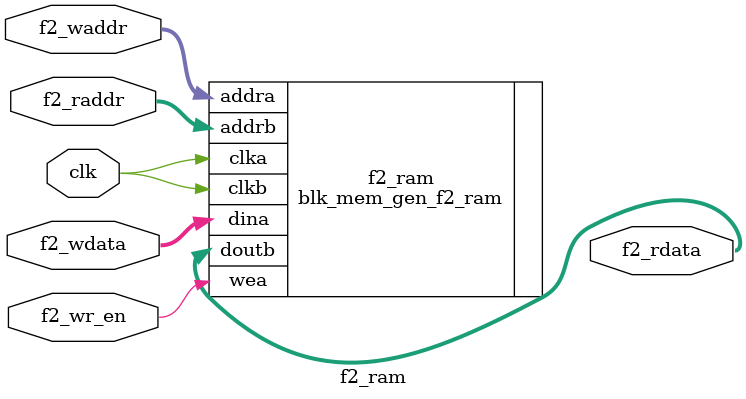
<source format=v>

module f2_ram(/*autoport*/
//output
			f2_rdata,
//input
			clk,
			f2_wdata,
			f2_wr_en,
			f2_waddr,
			f2_raddr);
	input clk;
//write side
	input [95:0]	f2_wdata;
	input 		  	f2_wr_en;
	input [9:0]  	f2_waddr;
//read side
	input [9:0]  	f2_raddr;
	output [95:0]	f2_rdata;

	blk_mem_gen_f2_ram f2_ram (
	  .clka(clk),    // input clka
	  .wea(f2_wr_en),      // input [0 : 0] wea
	  .addra(f2_waddr),  // input [9 : 0] addra
	  .dina(f2_wdata),    // input [95 : 0] dina
	  .clkb(clk),    // input clkb
	  .addrb(f2_raddr),  // input [9 : 0] addrb
	  .doutb(f2_rdata)  // output [95 : 0] doutb
	);
	
endmodule 
</source>
